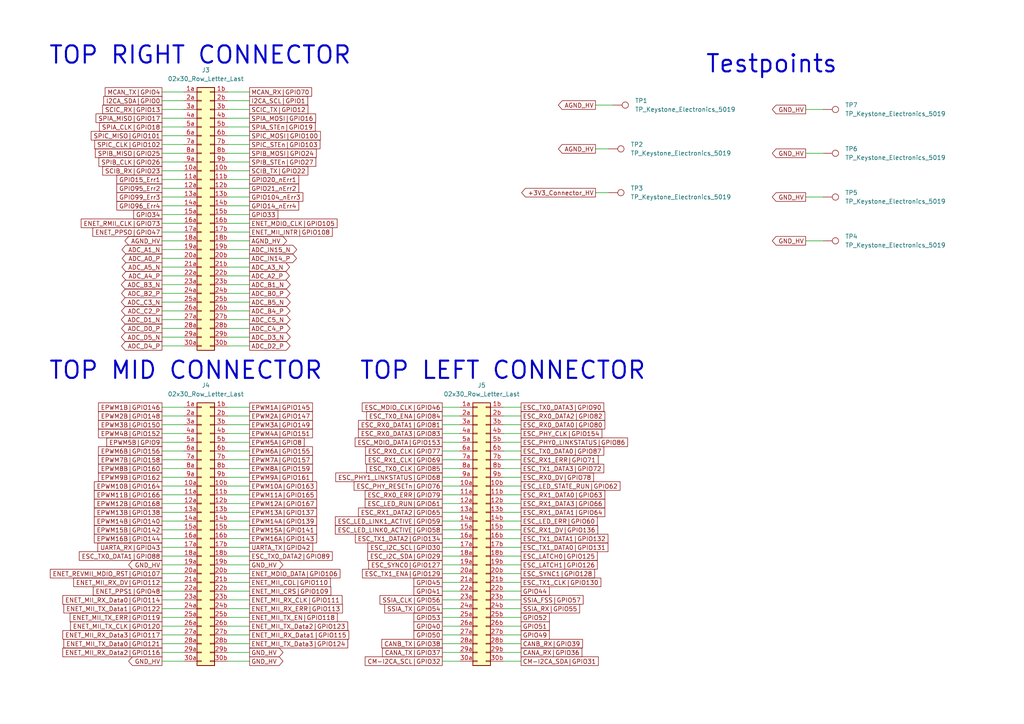
<source format=kicad_sch>
(kicad_sch (version 20230121) (generator eeschema)
  (paper "A4")
  (title_block (title "LCB-CPB-01: Pin_Borad") (date "2024-01-24") (rev "1.1.0") (company "PADERBORN UNIVERSITY DEPARTMENT OF POWER ELECTRONICS AND ELECTRICAL DRIVES"))
  (lib_symbols
    (symbol "LEA_SymbolLibrary:Conn_02x30_Row_Letter_Last" (pin_names (offset 1.016) hide)
      (property "Reference" "J" (at 1.27 38.1 0))
      (property "Value" "02x30_Row_Letter_Last" (at 1.27 -40.64 0))
      (symbol "Conn_02x30_Row_Letter_Last_1_1"
        (rectangle (start -1.27 -37.973) (end 0 -38.227) (stroke (width 0.1524)))
        (rectangle (start -1.27 -35.433) (end 0 -35.687) (stroke (width 0.1524)))
        (rectangle (start -1.27 -32.893) (end 0 -33.147) (stroke (width 0.1524)))
        (rectangle (start -1.27 -30.353) (end 0 -30.607) (stroke (width 0.1524)))
        (rectangle (start -1.27 -27.813) (end 0 -28.067) (stroke (width 0.1524)))
        (rectangle (start -1.27 -25.273) (end 0 -25.527) (stroke (width 0.1524)))
        (rectangle (start -1.27 -22.733) (end 0 -22.987) (stroke (width 0.1524)))
        (rectangle (start -1.27 -20.193) (end 0 -20.447) (stroke (width 0.1524)))
        (rectangle (start -1.27 -17.653) (end 0 -17.907) (stroke (width 0.1524)))
        (rectangle (start -1.27 -15.113) (end 0 -15.367) (stroke (width 0.1524)))
        (rectangle (start -1.27 -12.573) (end 0 -12.827) (stroke (width 0.1524)))
        (rectangle (start -1.27 -10.033) (end 0 -10.287) (stroke (width 0.1524)))
        (rectangle (start -1.27 -7.493) (end 0 -7.747) (stroke (width 0.1524)))
        (rectangle (start -1.27 -4.953) (end 0 -5.207) (stroke (width 0.1524)))
        (rectangle (start -1.27 -2.413) (end 0 -2.667) (stroke (width 0.1524)))
        (rectangle (start -1.27 0.127) (end 0 -0.127) (stroke (width 0.1524)))
        (rectangle (start -1.27 2.667) (end 0 2.413) (stroke (width 0.1524)))
        (rectangle (start -1.27 5.207) (end 0 4.953) (stroke (width 0.1524)))
        (rectangle (start -1.27 7.747) (end 0 7.493) (stroke (width 0.1524)))
        (rectangle (start -1.27 10.287) (end 0 10.033) (stroke (width 0.1524)))
        (rectangle (start -1.27 12.827) (end 0 12.573) (stroke (width 0.1524)))
        (rectangle (start -1.27 15.367) (end 0 15.113) (stroke (width 0.1524)))
        (rectangle (start -1.27 17.907) (end 0 17.653) (stroke (width 0.1524)))
        (rectangle (start -1.27 20.447) (end 0 20.193) (stroke (width 0.1524)))
        (rectangle (start -1.27 22.987) (end 0 22.733) (stroke (width 0.1524)))
        (rectangle (start -1.27 25.527) (end 0 25.273) (stroke (width 0.1524)))
        (rectangle (start -1.27 28.067) (end 0 27.813) (stroke (width 0.1524)))
        (rectangle (start -1.27 30.607) (end 0 30.353) (stroke (width 0.1524)))
        (rectangle (start -1.27 33.147) (end 0 32.893) (stroke (width 0.1524)))
        (rectangle (start -1.27 35.687) (end 0 35.433) (stroke (width 0.1524)))
        (rectangle (start -1.27 36.83) (end 3.81 -39.37) (stroke (width 0.254)) (fill (type background)))
        (rectangle (start 3.81 -37.973) (end 2.54 -38.227) (stroke (width 0.1524)))
        (rectangle (start 3.81 -35.433) (end 2.54 -35.687) (stroke (width 0.1524)))
        (rectangle (start 3.81 -32.893) (end 2.54 -33.147) (stroke (width 0.1524)))
        (rectangle (start 3.81 -30.353) (end 2.54 -30.607) (stroke (width 0.1524)))
        (rectangle (start 3.81 -27.813) (end 2.54 -28.067) (stroke (width 0.1524)))
        (rectangle (start 3.81 -25.273) (end 2.54 -25.527) (stroke (width 0.1524)))
        (rectangle (start 3.81 -22.733) (end 2.54 -22.987) (stroke (width 0.1524)))
        (rectangle (start 3.81 -20.193) (end 2.54 -20.447) (stroke (width 0.1524)))
        (rectangle (start 3.81 -17.653) (end 2.54 -17.907) (stroke (width 0.1524)))
        (rectangle (start 3.81 -15.113) (end 2.54 -15.367) (stroke (width 0.1524)))
        (rectangle (start 3.81 -12.573) (end 2.54 -12.827) (stroke (width 0.1524)))
        (rectangle (start 3.81 -10.033) (end 2.54 -10.287) (stroke (width 0.1524)))
        (rectangle (start 3.81 -7.493) (end 2.54 -7.747) (stroke (width 0.1524)))
        (rectangle (start 3.81 -4.953) (end 2.54 -5.207) (stroke (width 0.1524)))
        (rectangle (start 3.81 -2.413) (end 2.54 -2.667) (stroke (width 0.1524)))
        (rectangle (start 3.81 0.127) (end 2.54 -0.127) (stroke (width 0.1524)))
        (rectangle (start 3.81 2.667) (end 2.54 2.413) (stroke (width 0.1524)))
        (rectangle (start 3.81 5.207) (end 2.54 4.953) (stroke (width 0.1524)))
        (rectangle (start 3.81 7.747) (end 2.54 7.493) (stroke (width 0.1524)))
        (rectangle (start 3.81 10.287) (end 2.54 10.033) (stroke (width 0.1524)))
        (rectangle (start 3.81 12.827) (end 2.54 12.573) (stroke (width 0.1524)))
        (rectangle (start 3.81 15.367) (end 2.54 15.113) (stroke (width 0.1524)))
        (rectangle (start 3.81 17.907) (end 2.54 17.653) (stroke (width 0.1524)))
        (rectangle (start 3.81 20.447) (end 2.54 20.193) (stroke (width 0.1524)))
        (rectangle (start 3.81 22.987) (end 2.54 22.733) (stroke (width 0.1524)))
        (rectangle (start 3.81 25.527) (end 2.54 25.273) (stroke (width 0.1524)))
        (rectangle (start 3.81 28.067) (end 2.54 27.813) (stroke (width 0.1524)))
        (rectangle (start 3.81 30.607) (end 2.54 30.353) (stroke (width 0.1524)))
        (rectangle (start 3.81 33.147) (end 2.54 32.893) (stroke (width 0.1524)))
        (rectangle (start 3.81 35.687) (end 2.54 35.433) (stroke (width 0.1524)))
        (pin passive line (at -5.08 12.7 0) (length 3.81) (name "Pin_10a") (number "10a"))
        (pin passive line (at 7.62 12.7 180) (length 3.81) (name "Pin_10b") (number "10b"))
        (pin passive line (at -5.08 10.16 0) (length 3.81) (name "Pin_11a") (number "11a"))
        (pin passive line (at 7.62 10.16 180) (length 3.81) (name "Pin_11b") (number "11b"))
        (pin passive line (at -5.08 7.62 0) (length 3.81) (name "Pin_12a") (number "12a"))
        (pin passive line (at 7.62 7.62 180) (length 3.81) (name "Pin_12b") (number "12b"))
        (pin passive line (at -5.08 5.08 0) (length 3.81) (name "Pin_13a") (number "13a"))
        (pin passive line (at 7.62 5.08 180) (length 3.81) (name "Pin_13b") (number "13b"))
        (pin passive line (at -5.08 2.54 0) (length 3.81) (name "Pin_14a") (number "14a"))
        (pin passive line (at 7.62 2.54 180) (length 3.81) (name "Pin_14b") (number "14b"))
        (pin passive line (at -5.08 0 0) (length 3.81) (name "Pin_15a") (number "15a"))
        (pin passive line (at 7.62 0 180) (length 3.81) (name "Pin_15b") (number "15b"))
        (pin passive line (at -5.08 -2.54 0) (length 3.81) (name "Pin_16a") (number "16a"))
        (pin passive line (at 7.62 -2.54 180) (length 3.81) (name "Pin_16b") (number "16b"))
        (pin passive line (at -5.08 -5.08 0) (length 3.81) (name "Pin_17a") (number "17a"))
        (pin passive line (at 7.62 -5.08 180) (length 3.81) (name "Pin_17b") (number "17b"))
        (pin passive line (at -5.08 -7.62 0) (length 3.81) (name "Pin_18a") (number "18a"))
        (pin passive line (at 7.62 -7.62 180) (length 3.81) (name "Pin_18b") (number "18b"))
        (pin passive line (at -5.08 -10.16 0) (length 3.81) (name "Pin_19a") (number "19a"))
        (pin passive line (at 7.62 -10.16 180) (length 3.81) (name "Pin_19b") (number "19b"))
        (pin passive line (at -5.08 35.56 0) (length 3.81) (name "Pin_1a") (number "1a"))
        (pin passive line (at 7.62 35.56 180) (length 3.81) (name "Pin_1b") (number "1b"))
        (pin passive line (at -5.08 -12.7 0) (length 3.81) (name "Pin_20a") (number "20a"))
        (pin passive line (at 7.62 -12.7 180) (length 3.81) (name "Pin_20b") (number "20b"))
        (pin passive line (at -5.08 -15.24 0) (length 3.81) (name "Pin_21a") (number "21a"))
        (pin passive line (at 7.62 -15.24 180) (length 3.81) (name "Pin_21b") (number "21b"))
        (pin passive line (at -5.08 -17.78 0) (length 3.81) (name "Pin_22a") (number "22a"))
        (pin passive line (at 7.62 -17.78 180) (length 3.81) (name "Pin_22b") (number "22b"))
        (pin passive line (at -5.08 -20.32 0) (length 3.81) (name "Pin_23a") (number "23a"))
        (pin passive line (at 7.62 -20.32 180) (length 3.81) (name "Pin_23b") (number "23b"))
        (pin passive line (at -5.08 -22.86 0) (length 3.81) (name "Pin_24a") (number "24a"))
        (pin passive line (at 7.62 -22.86 180) (length 3.81) (name "Pin_24b") (number "24b"))
        (pin passive line (at -5.08 -25.4 0) (length 3.81) (name "Pin_25a") (number "25a"))
        (pin passive line (at 7.62 -25.4 180) (length 3.81) (name "Pin_25b") (number "25b"))
        (pin passive line (at -5.08 -27.94 0) (length 3.81) (name "Pin_26a") (number "26a"))
        (pin passive line (at 7.62 -27.94 180) (length 3.81) (name "Pin_26b") (number "26b"))
        (pin passive line (at -5.08 -30.48 0) (length 3.81) (name "Pin_27a") (number "27a"))
        (pin passive line (at 7.62 -30.48 180) (length 3.81) (name "Pin_27b") (number "27b"))
        (pin passive line (at -5.08 -33.02 0) (length 3.81) (name "Pin_28a") (number "28a"))
        (pin passive line (at 7.62 -33.02 180) (length 3.81) (name "Pin_28b") (number "28b"))
        (pin passive line (at -5.08 -35.56 0) (length 3.81) (name "Pin_29a") (number "29a"))
        (pin passive line (at 7.62 -35.56 180) (length 3.81) (name "Pin_29b") (number "29b"))
        (pin passive line (at -5.08 33.02 0) (length 3.81) (name "Pin_2a") (number "2a"))
        (pin passive line (at 7.62 33.02 180) (length 3.81) (name "Pin_2b") (number "2b"))
        (pin passive line (at -5.08 -38.1 0) (length 3.81) (name "Pin_30a") (number "30a"))
        (pin passive line (at 7.62 -38.1 180) (length 3.81) (name "Pin_30b") (number "30b"))
        (pin passive line (at -5.08 30.48 0) (length 3.81) (name "Pin_3a") (number "3a"))
        (pin passive line (at 7.62 30.48 180) (length 3.81) (name "Pin_3b") (number "3b"))
        (pin passive line (at -5.08 27.94 0) (length 3.81) (name "Pin_4a") (number "4a"))
        (pin passive line (at 7.62 27.94 180) (length 3.81) (name "Pin_4b") (number "4b"))
        (pin passive line (at -5.08 25.4 0) (length 3.81) (name "Pin_5a") (number "5a"))
        (pin passive line (at 7.62 25.4 180) (length 3.81) (name "Pin_5b") (number "5b"))
        (pin passive line (at -5.08 22.86 0) (length 3.81) (name "Pin_6a") (number "6a"))
        (pin passive line (at 7.62 22.86 180) (length 3.81) (name "Pin_6b") (number "6b"))
        (pin passive line (at -5.08 20.32 0) (length 3.81) (name "Pin_7a") (number "7a"))
        (pin passive line (at 7.62 20.32 180) (length 3.81) (name "Pin_7b") (number "7b"))
        (pin passive line (at -5.08 17.78 0) (length 3.81) (name "Pin_8a") (number "8a"))
        (pin passive line (at 7.62 17.78 180) (length 3.81) (name "Pin_8b") (number "8b"))
        (pin passive line (at -5.08 15.24 0) (length 3.81) (name "Pin_9a") (number "9a"))
        (pin passive line (at 7.62 15.24 180) (length 3.81) (name "Pin_9b") (number "9b"))
      )
    )
    (symbol "LEA_SymbolLibrary:TP_Keystone_Electronics_5019" (pin_numbers hide) (pin_names (offset 1.016) hide)
      (property "Reference" "TP" (at 0 5.08 0))
      (property "Value" "TP_Keystone_Electronics_5019" (at 0 7.62 0))
      (symbol "TP_Keystone_Electronics_5019_1_1"
        (circle (center 3.556 0) (radius 0.9144))
        (pin passive line (at 0 0 0) (length 2.54) (name "TP") (number "1"))
      )
    )
  )
  (wire (pts (xy 46.99 44.45) (xy 53.34 44.45)))
  (wire (pts (xy 72.39 138.43) (xy 66.04 138.43)))
  (wire (pts (xy 146.05 153.67) (xy 151.13 153.67)))
  (wire (pts (xy 128.27 179.07) (xy 133.35 179.07)))
  (wire (pts (xy 128.27 184.15) (xy 133.35 184.15)))
  (wire (pts (xy 46.99 176.53) (xy 53.34 176.53)))
  (wire (pts (xy 46.99 125.73) (xy 53.34 125.73)))
  (wire (pts (xy 72.39 191.77) (xy 66.04 191.77)))
  (wire (pts (xy 128.27 171.45) (xy 133.35 171.45)))
  (wire (pts (xy 72.39 125.73) (xy 66.04 125.73)))
  (wire (pts (xy 128.27 156.21) (xy 133.35 156.21)))
  (wire (pts (xy 151.13 161.29) (xy 146.05 161.29)))
  (wire (pts (xy 66.04 29.21) (xy 72.39 29.21)))
  (wire (pts (xy 66.04 34.29) (xy 72.39 34.29)))
  (wire (pts (xy 146.05 148.59) (xy 151.13 148.59)))
  (wire (pts (xy 46.99 59.69) (xy 53.34 59.69)))
  (wire (pts (xy 128.27 186.69) (xy 133.35 186.69)))
  (wire (pts (xy 128.27 163.83) (xy 133.35 163.83)))
  (wire (pts (xy 128.27 120.65) (xy 133.35 120.65)))
  (wire (pts (xy 46.99 97.79) (xy 53.34 97.79)))
  (wire (pts (xy 66.04 57.15) (xy 72.39 57.15)))
  (wire (pts (xy 128.27 143.51) (xy 133.35 143.51)))
  (wire (pts (xy 46.99 49.53) (xy 53.34 49.53)))
  (wire (pts (xy 128.27 151.13) (xy 133.35 151.13)))
  (wire (pts (xy 151.13 181.61) (xy 146.05 181.61)))
  (wire (pts (xy 72.39 168.91) (xy 66.04 168.91)))
  (wire (pts (xy 66.04 85.09) (xy 72.39 85.09)))
  (wire (pts (xy 72.39 140.97) (xy 66.04 140.97)))
  (wire (pts (xy 72.39 143.51) (xy 66.04 143.51)))
  (wire (pts (xy 151.13 184.15) (xy 146.05 184.15)))
  (wire (pts (xy 128.27 181.61) (xy 133.35 181.61)))
  (wire (pts (xy 46.99 138.43) (xy 53.34 138.43)))
  (wire (pts (xy 151.13 173.99) (xy 146.05 173.99)))
  (wire (pts (xy 46.99 62.23) (xy 53.34 62.23)))
  (wire (pts (xy 46.99 85.09) (xy 53.34 85.09)))
  (wire (pts (xy 128.27 148.59) (xy 133.35 148.59)))
  (wire (pts (xy 46.99 54.61) (xy 53.34 54.61)))
  (wire (pts (xy 66.04 59.69) (xy 72.39 59.69)))
  (wire (pts (xy 66.04 54.61) (xy 72.39 54.61)))
  (wire (pts (xy 66.04 72.39) (xy 72.39 72.39)))
  (wire (pts (xy 46.99 133.35) (xy 53.34 133.35)))
  (wire (pts (xy 128.27 135.89) (xy 133.35 135.89)))
  (wire (pts (xy 66.04 41.91) (xy 72.39 41.91)))
  (wire (pts (xy 46.99 118.11) (xy 53.34 118.11)))
  (wire (pts (xy 151.13 166.37) (xy 146.05 166.37)))
  (wire (pts (xy 46.99 156.21) (xy 53.34 156.21)))
  (wire (pts (xy 66.04 62.23) (xy 72.39 62.23)))
  (wire (pts (xy 128.27 140.97) (xy 133.35 140.97)))
  (wire (pts (xy 151.13 168.91) (xy 146.05 168.91)))
  (wire (pts (xy 46.99 146.05) (xy 53.34 146.05)))
  (wire (pts (xy 66.04 67.31) (xy 72.39 67.31)))
  (wire (pts (xy 151.13 163.83) (xy 146.05 163.83)))
  (wire (pts (xy 128.27 166.37) (xy 133.35 166.37)))
  (wire (pts (xy 46.99 179.07) (xy 53.34 179.07)))
  (wire (pts (xy 46.99 171.45) (xy 53.34 171.45)))
  (wire (pts (xy 66.04 95.25) (xy 72.39 95.25)))
  (wire (pts (xy 172.72 55.88) (xy 176.53 55.88)))
  (wire (pts (xy 46.99 34.29) (xy 53.34 34.29)))
  (wire (pts (xy 72.39 173.99) (xy 66.04 173.99)))
  (wire (pts (xy 128.27 176.53) (xy 133.35 176.53)))
  (wire (pts (xy 146.05 135.89) (xy 151.13 135.89)))
  (wire (pts (xy 72.39 181.61) (xy 66.04 181.61)))
  (wire (pts (xy 72.39 184.15) (xy 66.04 184.15)))
  (wire (pts (xy 233.68 69.85) (xy 238.76 69.85)))
  (wire (pts (xy 146.05 151.13) (xy 151.13 151.13)))
  (wire (pts (xy 46.99 69.85) (xy 53.34 69.85)))
  (wire (pts (xy 46.99 158.75) (xy 53.34 158.75)))
  (wire (pts (xy 46.99 130.81) (xy 53.34 130.81)))
  (wire (pts (xy 46.99 189.23) (xy 53.34 189.23)))
  (wire (pts (xy 46.99 161.29) (xy 53.34 161.29)))
  (wire (pts (xy 66.04 100.33) (xy 72.39 100.33)))
  (wire (pts (xy 146.05 143.51) (xy 151.13 143.51)))
  (wire (pts (xy 46.99 52.07) (xy 53.34 52.07)))
  (wire (pts (xy 66.04 49.53) (xy 72.39 49.53)))
  (wire (pts (xy 72.39 186.69) (xy 66.04 186.69)))
  (wire (pts (xy 151.13 191.77) (xy 146.05 191.77)))
  (wire (pts (xy 72.39 118.11) (xy 66.04 118.11)))
  (wire (pts (xy 72.39 128.27) (xy 66.04 128.27)))
  (wire (pts (xy 72.39 69.85) (xy 66.04 69.85)))
  (wire (pts (xy 128.27 158.75) (xy 133.35 158.75)))
  (wire (pts (xy 66.04 26.67) (xy 72.39 26.67)))
  (wire (pts (xy 72.39 156.21) (xy 66.04 156.21)))
  (wire (pts (xy 46.99 191.77) (xy 53.34 191.77)))
  (wire (pts (xy 46.99 140.97) (xy 53.34 140.97)))
  (wire (pts (xy 46.99 87.63) (xy 53.34 87.63)))
  (wire (pts (xy 46.99 64.77) (xy 53.34 64.77)))
  (wire (pts (xy 233.68 57.15) (xy 238.76 57.15)))
  (wire (pts (xy 128.27 130.81) (xy 133.35 130.81)))
  (wire (pts (xy 72.39 133.35) (xy 66.04 133.35)))
  (wire (pts (xy 146.05 133.35) (xy 151.13 133.35)))
  (wire (pts (xy 72.39 176.53) (xy 66.04 176.53)))
  (wire (pts (xy 66.04 87.63) (xy 72.39 87.63)))
  (wire (pts (xy 46.99 153.67) (xy 53.34 153.67)))
  (wire (pts (xy 46.99 36.83) (xy 53.34 36.83)))
  (wire (pts (xy 46.99 39.37) (xy 53.34 39.37)))
  (wire (pts (xy 66.04 77.47) (xy 72.39 77.47)))
  (wire (pts (xy 46.99 82.55) (xy 53.34 82.55)))
  (wire (pts (xy 72.39 135.89) (xy 66.04 135.89)))
  (wire (pts (xy 46.99 168.91) (xy 53.34 168.91)))
  (wire (pts (xy 66.04 90.17) (xy 72.39 90.17)))
  (wire (pts (xy 72.39 130.81) (xy 66.04 130.81)))
  (wire (pts (xy 66.04 80.01) (xy 72.39 80.01)))
  (wire (pts (xy 66.04 31.75) (xy 72.39 31.75)))
  (wire (pts (xy 128.27 173.99) (xy 133.35 173.99)))
  (wire (pts (xy 46.99 67.31) (xy 53.34 67.31)))
  (wire (pts (xy 128.27 133.35) (xy 133.35 133.35)))
  (wire (pts (xy 146.05 128.27) (xy 151.13 128.27)))
  (wire (pts (xy 72.39 163.83) (xy 66.04 163.83)))
  (wire (pts (xy 46.99 128.27) (xy 53.34 128.27)))
  (wire (pts (xy 46.99 186.69) (xy 53.34 186.69)))
  (wire (pts (xy 72.39 146.05) (xy 66.04 146.05)))
  (wire (pts (xy 46.99 123.19) (xy 53.34 123.19)))
  (wire (pts (xy 146.05 125.73) (xy 151.13 125.73)))
  (wire (pts (xy 46.99 100.33) (xy 53.34 100.33)))
  (wire (pts (xy 46.99 80.01) (xy 53.34 80.01)))
  (wire (pts (xy 66.04 64.77) (xy 72.39 64.77)))
  (wire (pts (xy 151.13 158.75) (xy 146.05 158.75)))
  (wire (pts (xy 128.27 191.77) (xy 133.35 191.77)))
  (wire (pts (xy 46.99 148.59) (xy 53.34 148.59)))
  (wire (pts (xy 72.39 166.37) (xy 66.04 166.37)))
  (wire (pts (xy 46.99 95.25) (xy 53.34 95.25)))
  (wire (pts (xy 146.05 123.19) (xy 151.13 123.19)))
  (wire (pts (xy 151.13 186.69) (xy 146.05 186.69)))
  (wire (pts (xy 146.05 130.81) (xy 151.13 130.81)))
  (wire (pts (xy 46.99 135.89) (xy 53.34 135.89)))
  (wire (pts (xy 72.39 151.13) (xy 66.04 151.13)))
  (wire (pts (xy 46.99 26.67) (xy 53.34 26.67)))
  (wire (pts (xy 66.04 82.55) (xy 72.39 82.55)))
  (wire (pts (xy 46.99 31.75) (xy 53.34 31.75)))
  (wire (pts (xy 128.27 138.43) (xy 133.35 138.43)))
  (wire (pts (xy 146.05 146.05) (xy 151.13 146.05)))
  (wire (pts (xy 151.13 171.45) (xy 146.05 171.45)))
  (wire (pts (xy 72.39 148.59) (xy 66.04 148.59)))
  (wire (pts (xy 72.39 161.29) (xy 66.04 161.29)))
  (wire (pts (xy 46.99 29.21) (xy 53.34 29.21)))
  (wire (pts (xy 46.99 92.71) (xy 53.34 92.71)))
  (wire (pts (xy 146.05 140.97) (xy 151.13 140.97)))
  (wire (pts (xy 151.13 189.23) (xy 146.05 189.23)))
  (wire (pts (xy 128.27 123.19) (xy 133.35 123.19)))
  (wire (pts (xy 46.99 120.65) (xy 53.34 120.65)))
  (wire (pts (xy 72.39 158.75) (xy 66.04 158.75)))
  (wire (pts (xy 46.99 151.13) (xy 53.34 151.13)))
  (wire (pts (xy 66.04 36.83) (xy 72.39 36.83)))
  (wire (pts (xy 151.13 156.21) (xy 146.05 156.21)))
  (wire (pts (xy 66.04 46.99) (xy 72.39 46.99)))
  (wire (pts (xy 46.99 173.99) (xy 53.34 173.99)))
  (wire (pts (xy 46.99 77.47) (xy 53.34 77.47)))
  (wire (pts (xy 172.72 43.18) (xy 176.53 43.18)))
  (wire (pts (xy 46.99 57.15) (xy 53.34 57.15)))
  (wire (pts (xy 46.99 74.93) (xy 53.34 74.93)))
  (wire (pts (xy 128.27 161.29) (xy 133.35 161.29)))
  (wire (pts (xy 128.27 146.05) (xy 133.35 146.05)))
  (wire (pts (xy 46.99 166.37) (xy 53.34 166.37)))
  (wire (pts (xy 66.04 74.93) (xy 72.39 74.93)))
  (wire (pts (xy 128.27 118.11) (xy 133.35 118.11)))
  (wire (pts (xy 66.04 44.45) (xy 72.39 44.45)))
  (wire (pts (xy 151.13 179.07) (xy 146.05 179.07)))
  (wire (pts (xy 72.39 153.67) (xy 66.04 153.67)))
  (wire (pts (xy 128.27 189.23) (xy 133.35 189.23)))
  (wire (pts (xy 66.04 92.71) (xy 72.39 92.71)))
  (wire (pts (xy 146.05 118.11) (xy 151.13 118.11)))
  (wire (pts (xy 128.27 153.67) (xy 133.35 153.67)))
  (wire (pts (xy 72.39 189.23) (xy 66.04 189.23)))
  (wire (pts (xy 172.72 30.48) (xy 177.8 30.48)))
  (wire (pts (xy 66.04 52.07) (xy 72.39 52.07)))
  (wire (pts (xy 46.99 46.99) (xy 53.34 46.99)))
  (wire (pts (xy 72.39 123.19) (xy 66.04 123.19)))
  (wire (pts (xy 46.99 41.91) (xy 53.34 41.91)))
  (wire (pts (xy 128.27 168.91) (xy 133.35 168.91)))
  (wire (pts (xy 46.99 90.17) (xy 53.34 90.17)))
  (wire (pts (xy 46.99 163.83) (xy 53.34 163.83)))
  (wire (pts (xy 146.05 138.43) (xy 151.13 138.43)))
  (wire (pts (xy 46.99 181.61) (xy 53.34 181.61)))
  (wire (pts (xy 233.68 31.75) (xy 238.76 31.75)))
  (wire (pts (xy 46.99 72.39) (xy 53.34 72.39)))
  (wire (pts (xy 72.39 179.07) (xy 66.04 179.07)))
  (wire (pts (xy 72.39 120.65) (xy 66.04 120.65)))
  (wire (pts (xy 128.27 128.27) (xy 133.35 128.27)))
  (wire (pts (xy 72.39 171.45) (xy 66.04 171.45)))
  (wire (pts (xy 233.68 44.45) (xy 238.76 44.45)))
  (wire (pts (xy 66.04 39.37) (xy 72.39 39.37)))
  (wire (pts (xy 146.05 120.65) (xy 151.13 120.65)))
  (wire (pts (xy 46.99 184.15) (xy 53.34 184.15)))
  (wire (pts (xy 66.04 97.79) (xy 72.39 97.79)))
  (wire (pts (xy 151.13 176.53) (xy 146.05 176.53)))
  (wire (pts (xy 46.99 143.51) (xy 53.34 143.51)))
  (wire (pts (xy 128.27 125.73) (xy 133.35 125.73)))
  (text "TOP RIGHT CONNECTOR" (at 13.97 19.05 0) (effects (font (size 5 5) (thickness 0.6) bold) (justify left bottom)))
  (text "TOP LEFT CONNECTOR" (at 104.14 110.49 0) (effects (font (size 5 5) (thickness 0.6) bold) (justify left bottom)))
  (text "TOP MID CONNECTOR" (at 13.97 110.49 0) (effects (font (size 5 5) (thickness 0.6) bold) (justify left bottom)))
  (text "Testpoints" (at 204.47 21.59 0) (effects (font (size 5 5) (thickness 0.6) bold) (justify left bottom)))
  (global_label "ESC_RX0_ERR|GPIO79" (shape passive) (at 128.27 143.51 180) (property "Intersheetrefs" "${INTERSHEET_REFS}" (effects hide)))
  (global_label "SPIA_CLK|GPIO18" (shape passive) (at 46.99 36.83 180) (property "Intersheetrefs" "${INTERSHEET_REFS}" (effects hide)))
  (global_label "ESC_TX0_DATA3|GPIO90" (shape passive) (at 151.13 118.11 0) (property "Intersheetrefs" "${INTERSHEET_REFS}" (effects hide)))
  (global_label "I2CA_SCL|GPIO1" (shape passive) (at 72.39 29.21 0) (property "Intersheetrefs" "${INTERSHEET_REFS}" (effects hide)))
  (global_label "EPWM11B|GPIO166" (shape passive) (at 46.99 143.51 180) (property "Intersheetrefs" "${INTERSHEET_REFS}" (effects hide)))
  (global_label "GPIO21_nErr2" (shape passive) (at 72.39 54.61 0) (property "Intersheetrefs" "${INTERSHEET_REFS}" (effects hide)))
  (global_label "ENET_MII_TX_EN|GPIO118" (shape passive) (at 72.39 179.07 0) (property "Intersheetrefs" "${INTERSHEET_REFS}" (effects hide)))
  (global_label "AGND_HV" (shape output) (at 172.72 30.48 180) (property "Intersheetrefs" "${INTERSHEET_REFS}" (effects hide)))
  (global_label "CANB_TX|GPIO38" (shape passive) (at 128.27 186.69 180) (property "Intersheetrefs" "${INTERSHEET_REFS}" (effects hide)))
  (global_label "ESC_RX0_DATA1|GPIO81" (shape passive) (at 128.27 123.19 180) (property "Intersheetrefs" "${INTERSHEET_REFS}" (effects hide)))
  (global_label "MCAN_TX|GPIO4" (shape passive) (at 46.99 26.67 180) (property "Intersheetrefs" "${INTERSHEET_REFS}" (effects hide)))
  (global_label "ENET_MII_COL|GPIO110" (shape passive) (at 72.39 168.91 0) (property "Intersheetrefs" "${INTERSHEET_REFS}" (effects hide)))
  (global_label "SPIC_MOSI|GPIO100" (shape passive) (at 72.39 39.37 0) (property "Intersheetrefs" "${INTERSHEET_REFS}" (effects hide)))
  (global_label "ADC_A1_N" (shape output) (at 46.99 72.39 180) (property "Intersheetrefs" "${INTERSHEET_REFS}" (effects hide)))
  (global_label "ESC_RX1_DATA3|GPIO66" (shape passive) (at 151.13 146.05 0) (property "Intersheetrefs" "${INTERSHEET_REFS}" (effects hide)))
  (global_label "GPIO41" (shape passive) (at 128.27 171.45 180) (property "Intersheetrefs" "${INTERSHEET_REFS}" (effects hide)))
  (global_label "EPWM9B|GPIO162" (shape passive) (at 46.99 138.43 180) (property "Intersheetrefs" "${INTERSHEET_REFS}" (effects hide)))
  (global_label "ADC_IN14_P" (shape output) (at 72.39 74.93 0) (property "Intersheetrefs" "${INTERSHEET_REFS}" (effects hide)))
  (global_label "ADC_D3_N" (shape output) (at 72.39 97.79 0) (property "Intersheetrefs" "${INTERSHEET_REFS}" (effects hide)))
  (global_label "CM-I2CA_SCL|GPIO32" (shape passive) (at 128.27 191.77 180) (property "Intersheetrefs" "${INTERSHEET_REFS}" (effects hide)))
  (global_label "ADC_A3_N" (shape output) (at 72.39 77.47 0) (property "Intersheetrefs" "${INTERSHEET_REFS}" (effects hide)))
  (global_label "ESC_RX1_DATA0|GPIO63" (shape passive) (at 151.13 143.51 0) (property "Intersheetrefs" "${INTERSHEET_REFS}" (effects hide)))
  (global_label "ADC_B1_N" (shape output) (at 72.39 82.55 0) (property "Intersheetrefs" "${INTERSHEET_REFS}" (effects hide)))
  (global_label "GND_HV" (shape output) (at 72.39 163.83 0) (property "Intersheetrefs" "${INTERSHEET_REFS}" (effects hide)))
  (global_label "ADC_IN15_N" (shape output) (at 72.39 72.39 0) (property "Intersheetrefs" "${INTERSHEET_REFS}" (effects hide)))
  (global_label "ESC_PHY1_LINKSTATUS|GPIO68" (shape passive) (at 128.27 138.43 180) (property "Intersheetrefs" "${INTERSHEET_REFS}" (effects hide)))
  (global_label "EPWM15A|GPIO141" (shape passive) (at 72.39 153.67 0) (property "Intersheetrefs" "${INTERSHEET_REFS}" (effects hide)))
  (global_label "GPIO104_nErr3" (shape passive) (at 72.39 57.15 0) (property "Intersheetrefs" "${INTERSHEET_REFS}" (effects hide)))
  (global_label "EPWM3A|GPIO149" (shape passive) (at 72.39 123.19 0) (property "Intersheetrefs" "${INTERSHEET_REFS}" (effects hide)))
  (global_label "ENET_MII_TX_Data3|GPIO124" (shape passive) (at 72.39 186.69 0) (property "Intersheetrefs" "${INTERSHEET_REFS}" (effects hide)))
  (global_label "ENET_MDIO_DATA|GPIO106" (shape passive) (at 72.39 166.37 0) (property "Intersheetrefs" "${INTERSHEET_REFS}" (effects hide)))
  (global_label "EPWM2A|GPIO147" (shape passive) (at 72.39 120.65 0) (property "Intersheetrefs" "${INTERSHEET_REFS}" (effects hide)))
  (global_label "ESC_LED_STATE_RUN|GPIO62" (shape passive) (at 151.13 140.97 0) (property "Intersheetrefs" "${INTERSHEET_REFS}" (effects hide)))
  (global_label "ESC_SYNC0|GPIO127" (shape passive) (at 128.27 163.83 180) (property "Intersheetrefs" "${INTERSHEET_REFS}" (effects hide)))
  (global_label "GPIO45" (shape passive) (at 128.27 168.91 180) (property "Intersheetrefs" "${INTERSHEET_REFS}" (effects hide)))
  (global_label "SPIA_STEn|GPIO19" (shape passive) (at 72.39 36.83 0) (property "Intersheetrefs" "${INTERSHEET_REFS}" (effects hide)))
  (global_label "SPIB_STEn|GPIO27" (shape passive) (at 72.39 46.99 0) (property "Intersheetrefs" "${INTERSHEET_REFS}" (effects hide)))
  (global_label "GPIO95_Err2" (shape passive) (at 46.99 54.61 180) (property "Intersheetrefs" "${INTERSHEET_REFS}" (effects hide)))
  (global_label "CANA_RX|GPIO36" (shape passive) (at 151.13 189.23 0) (property "Intersheetrefs" "${INTERSHEET_REFS}" (effects hide)))
  (global_label "ENET_MII_TX_Data1|GPIO122" (shape passive) (at 46.99 176.53 180) (property "Intersheetrefs" "${INTERSHEET_REFS}" (effects hide)))
  (global_label "AGND_HV" (shape output) (at 72.39 69.85 0) (property "Intersheetrefs" "${INTERSHEET_REFS}" (effects hide)))
  (global_label "SPIA_MOSI|GPIO16" (shape passive) (at 72.39 34.29 0) (property "Intersheetrefs" "${INTERSHEET_REFS}" (effects hide)))
  (global_label "CM-I2CA_SDA|GPIO31" (shape passive) (at 151.13 191.77 0) (property "Intersheetrefs" "${INTERSHEET_REFS}" (effects hide)))
  (global_label "ADC_A0_P" (shape output) (at 46.99 74.93 180) (property "Intersheetrefs" "${INTERSHEET_REFS}" (effects hide)))
  (global_label "SPIA_MISO|GPIO17" (shape passive) (at 46.99 34.29 180) (property "Intersheetrefs" "${INTERSHEET_REFS}" (effects hide)))
  (global_label "ESC_PHY0_LINKSTATUS|GPIO86" (shape passive) (at 151.13 128.27 0) (property "Intersheetrefs" "${INTERSHEET_REFS}" (effects hide)))
  (global_label "ESC_RX0_CLK|GPIO77" (shape passive) (at 128.27 130.81 180) (property "Intersheetrefs" "${INTERSHEET_REFS}" (effects hide)))
  (global_label "AGND_HV" (shape output) (at 46.99 69.85 180) (property "Intersheetrefs" "${INTERSHEET_REFS}" (effects hide)))
  (global_label "ENET_MII_TX_Data2|GPIO123" (shape passive) (at 72.39 181.61 0) (property "Intersheetrefs" "${INTERSHEET_REFS}" (effects hide)))
  (global_label "ESC_RX0_DATA2|GPIO82" (shape passive) (at 151.13 120.65 0) (property "Intersheetrefs" "${INTERSHEET_REFS}" (effects hide)))
  (global_label "ESC_TX1_DATA0|GPIO131" (shape passive) (at 151.13 158.75 0) (property "Intersheetrefs" "${INTERSHEET_REFS}" (effects hide)))
  (global_label "EPWM12B|GPIO168" (shape passive) (at 46.99 146.05 180) (property "Intersheetrefs" "${INTERSHEET_REFS}" (effects hide)))
  (global_label "UARTA_TX|GPIO42" (shape passive) (at 72.39 158.75 0) (property "Intersheetrefs" "${INTERSHEET_REFS}" (effects hide)))
  (global_label "EPWM16B|GPIO144" (shape passive) (at 46.99 156.21 180) (property "Intersheetrefs" "${INTERSHEET_REFS}" (effects hide)))
  (global_label "EPWM14A|GPIO139" (shape passive) (at 72.39 151.13 0) (property "Intersheetrefs" "${INTERSHEET_REFS}" (effects hide)))
  (global_label "ENET_RMII_CLK|GPIO73" (shape passive) (at 46.99 64.77 180) (property "Intersheetrefs" "${INTERSHEET_REFS}" (effects hide)))
  (global_label "EPWM13A|GPIO137" (shape passive) (at 72.39 148.59 0) (property "Intersheetrefs" "${INTERSHEET_REFS}" (effects hide)))
  (global_label "GND_HV" (shape output) (at 46.99 191.77 180) (property "Intersheetrefs" "${INTERSHEET_REFS}" (effects hide)))
  (global_label "ESC_TX0_DATA1|GPIO88" (shape passive) (at 46.99 161.29 180) (property "Intersheetrefs" "${INTERSHEET_REFS}" (effects hide)))
  (global_label "ESC_LATCH0|GPIO125" (shape passive) (at 151.13 161.29 0) (property "Intersheetrefs" "${INTERSHEET_REFS}" (effects hide)))
  (global_label "ADC_D5_N" (shape output) (at 46.99 97.79 180) (property "Intersheetrefs" "${INTERSHEET_REFS}" (effects hide)))
  (global_label "EPWM5A|GPIO8" (shape passive) (at 72.39 128.27 0) (property "Intersheetrefs" "${INTERSHEET_REFS}" (effects hide)))
  (global_label "EPWM8A|GPIO159" (shape passive) (at 72.39 135.89 0) (property "Intersheetrefs" "${INTERSHEET_REFS}" (effects hide)))
  (global_label "GND_HV" (shape output) (at 233.68 69.85 180) (property "Intersheetrefs" "${INTERSHEET_REFS}" (effects hide)))
  (global_label "ESC_LED_RUN|GPIO61" (shape passive) (at 128.27 146.05 180) (property "Intersheetrefs" "${INTERSHEET_REFS}" (effects hide)))
  (global_label "SPIC_MISO|GPIO101" (shape passive) (at 46.99 39.37 180) (property "Intersheetrefs" "${INTERSHEET_REFS}" (effects hide)))
  (global_label "ESC_RX0_DATA0|GPIO80" (shape passive) (at 151.13 123.19 0) (property "Intersheetrefs" "${INTERSHEET_REFS}" (effects hide)))
  (global_label "GPIO96_Err4" (shape passive) (at 46.99 59.69 180) (property "Intersheetrefs" "${INTERSHEET_REFS}" (effects hide)))
  (global_label "GND_HV" (shape output) (at 233.68 31.75 180) (property "Intersheetrefs" "${INTERSHEET_REFS}" (effects hide)))
  (global_label "ADC_B3_N" (shape output) (at 46.99 82.55 180) (property "Intersheetrefs" "${INTERSHEET_REFS}" (effects hide)))
  (global_label "GPIO44" (shape passive) (at 151.13 171.45 0) (property "Intersheetrefs" "${INTERSHEET_REFS}" (effects hide)))
  (global_label "ADC_C4_P" (shape output) (at 72.39 95.25 0) (property "Intersheetrefs" "${INTERSHEET_REFS}" (effects hide)))
  (global_label "ADC_B4_P" (shape output) (at 72.39 90.17 0) (property "Intersheetrefs" "${INTERSHEET_REFS}" (effects hide)))
  (global_label "ADC_A4_P" (shape output) (at 46.99 80.01 180) (property "Intersheetrefs" "${INTERSHEET_REFS}" (effects hide)))
  (global_label "SSIA_FSS|GPIO57" (shape passive) (at 151.13 173.99 0) (property "Intersheetrefs" "${INTERSHEET_REFS}" (effects hide)))
  (global_label "ESC_LED_LINK1_ACTIVE|GPIO59" (shape passive) (at 128.27 151.13 180) (property "Intersheetrefs" "${INTERSHEET_REFS}" (effects hide)))
  (global_label "EPWM1B|GPIO146" (shape passive) (at 46.99 118.11 180) (property "Intersheetrefs" "${INTERSHEET_REFS}" (effects hide)))
  (global_label "AGND_HV" (shape output) (at 172.72 43.18 180) (property "Intersheetrefs" "${INTERSHEET_REFS}" (effects hide)))
  (global_label "EPWM11A|GPIO165" (shape passive) (at 72.39 143.51 0) (property "Intersheetrefs" "${INTERSHEET_REFS}" (effects hide)))
  (global_label "GND_HV" (shape output) (at 72.39 189.23 0) (property "Intersheetrefs" "${INTERSHEET_REFS}" (effects hide)))
  (global_label "ESC_TX1_DATA1|GPIO132" (shape passive) (at 151.13 156.21 0) (property "Intersheetrefs" "${INTERSHEET_REFS}" (effects hide)))
  (global_label "ESC_TX1_ENA|GPIO129" (shape passive) (at 128.27 166.37 180) (property "Intersheetrefs" "${INTERSHEET_REFS}" (effects hide)))
  (global_label "ADC_C5_N" (shape output) (at 72.39 92.71 0) (property "Intersheetrefs" "${INTERSHEET_REFS}" (effects hide)))
  (global_label "ENET_MII_CRS|GPIO109" (shape passive) (at 72.39 171.45 0) (property "Intersheetrefs" "${INTERSHEET_REFS}" (effects hide)))
  (global_label "ESC_TX0_DATA0|GPIO87" (shape passive) (at 151.13 130.81 0) (property "Intersheetrefs" "${INTERSHEET_REFS}" (effects hide)))
  (global_label "ESC_RX0_DV|GPIO78" (shape passive) (at 151.13 138.43 0) (property "Intersheetrefs" "${INTERSHEET_REFS}" (effects hide)))
  (global_label "GPIO50" (shape passive) (at 128.27 184.15 180) (property "Intersheetrefs" "${INTERSHEET_REFS}" (effects hide)))
  (global_label "ADC_B2_P" (shape output) (at 46.99 85.09 180) (property "Intersheetrefs" "${INTERSHEET_REFS}" (effects hide)))
  (global_label "SPIB_MISO|GPIO25" (shape passive) (at 46.99 44.45 180) (property "Intersheetrefs" "${INTERSHEET_REFS}" (effects hide)))
  (global_label "ENET_MDIO_CLK|GPIO105" (shape passive) (at 72.39 64.77 0) (property "Intersheetrefs" "${INTERSHEET_REFS}" (effects hide)))
  (global_label "ESC_RX1_ERR|GPIO71" (shape passive) (at 151.13 133.35 0) (property "Intersheetrefs" "${INTERSHEET_REFS}" (effects hide)))
  (global_label "SCIB_TX|GPIO22" (shape passive) (at 72.39 49.53 0) (property "Intersheetrefs" "${INTERSHEET_REFS}" (effects hide)))
  (global_label "EPWM5B|GPIO9" (shape passive) (at 46.99 128.27 180) (property "Intersheetrefs" "${INTERSHEET_REFS}" (effects hide)))
  (global_label "ESC_SYNC1|GPIO128" (shape passive) (at 151.13 166.37 0) (property "Intersheetrefs" "${INTERSHEET_REFS}" (effects hide)))
  (global_label "EPWM7B|GPIO158" (shape passive) (at 46.99 133.35 180) (property "Intersheetrefs" "${INTERSHEET_REFS}" (effects hide)))
  (global_label "ADC_A5_N" (shape output) (at 46.99 77.47 180) (property "Intersheetrefs" "${INTERSHEET_REFS}" (effects hide)))
  (global_label "GND_HV" (shape output) (at 72.39 191.77 0) (property "Intersheetrefs" "${INTERSHEET_REFS}" (effects hide)))
  (global_label "ADC_B0_P" (shape output) (at 72.39 85.09 0) (property "Intersheetrefs" "${INTERSHEET_REFS}" (effects hide)))
  (global_label "GPIO99_Err3" (shape passive) (at 46.99 57.15 180) (property "Intersheetrefs" "${INTERSHEET_REFS}" (effects hide)))
  (global_label "EPWM1A|GPIO145" (shape passive) (at 72.39 118.11 0) (property "Intersheetrefs" "${INTERSHEET_REFS}" (effects hide)))
  (global_label "GPIO33" (shape passive) (at 72.39 62.23 0) (property "Intersheetrefs" "${INTERSHEET_REFS}" (effects hide)))
  (global_label "ENET_MII_RX_Data3|GPIO117" (shape passive) (at 46.99 184.15 180) (property "Intersheetrefs" "${INTERSHEET_REFS}" (effects hide)))
  (global_label "ADC_A2_P" (shape output) (at 72.39 80.01 0) (property "Intersheetrefs" "${INTERSHEET_REFS}" (effects hide)))
  (global_label "ENET_MII_RX_DV|GPIO112" (shape passive) (at 46.99 168.91 180) (property "Intersheetrefs" "${INTERSHEET_REFS}" (effects hide)))
  (global_label "GPIO49" (shape passive) (at 151.13 184.15 0) (property "Intersheetrefs" "${INTERSHEET_REFS}" (effects hide)))
  (global_label "EPWM2B|GPIO148" (shape passive) (at 46.99 120.65 180) (property "Intersheetrefs" "${INTERSHEET_REFS}" (effects hide)))
  (global_label "EPWM4B|GPIO152" (shape passive) (at 46.99 125.73 180) (property "Intersheetrefs" "${INTERSHEET_REFS}" (effects hide)))
  (global_label "EPWM8B|GPIO160" (shape passive) (at 46.99 135.89 180) (property "Intersheetrefs" "${INTERSHEET_REFS}" (effects hide)))
  (global_label "+3V3_Connector_HV" (shape output) (at 172.72 55.88 180) (property "Intersheetrefs" "${INTERSHEET_REFS}" (effects hide)))
  (global_label "ESC_MDIO_CLK|GPIO46" (shape passive) (at 128.27 118.11 180) (property "Intersheetrefs" "${INTERSHEET_REFS}" (effects hide)))
  (global_label "ESC_MDIO_DATA|GPIO153" (shape passive) (at 128.27 128.27 180) (property "Intersheetrefs" "${INTERSHEET_REFS}" (effects hide)))
  (global_label "ADC_D2_P" (shape output) (at 72.39 100.33 0) (property "Intersheetrefs" "${INTERSHEET_REFS}" (effects hide)))
  (global_label "UARTA_RX|GPIO43" (shape passive) (at 46.99 158.75 180) (property "Intersheetrefs" "${INTERSHEET_REFS}" (effects hide)))
  (global_label "SSIA_RX|GPIO55" (shape passive) (at 151.13 176.53 0) (property "Intersheetrefs" "${INTERSHEET_REFS}" (effects hide)))
  (global_label "ESC_PHY_RESETn|GPIO76" (shape passive) (at 128.27 140.97 180) (property "Intersheetrefs" "${INTERSHEET_REFS}" (effects hide)))
  (global_label "ADC_D1_N" (shape output) (at 46.99 92.71 180) (property "Intersheetrefs" "${INTERSHEET_REFS}" (effects hide)))
  (global_label "ESC_LED_LINK0_ACTIVE|GPIO58" (shape passive) (at 128.27 153.67 180) (property "Intersheetrefs" "${INTERSHEET_REFS}" (effects hide)))
  (global_label "EPWM6B|GPIO156" (shape passive) (at 46.99 130.81 180) (property "Intersheetrefs" "${INTERSHEET_REFS}" (effects hide)))
  (global_label "ENET_MII_TX_CLK|GPIO120" (shape passive) (at 46.99 181.61 180) (property "Intersheetrefs" "${INTERSHEET_REFS}" (effects hide)))
  (global_label "GND_HV" (shape output) (at 233.68 44.45 180) (property "Intersheetrefs" "${INTERSHEET_REFS}" (effects hide)))
  (global_label "EPWM7A|GPIO157" (shape passive) (at 72.39 133.35 0) (property "Intersheetrefs" "${INTERSHEET_REFS}" (effects hide)))
  (global_label "ENET_MII_RX_Data0|GPIO114" (shape passive) (at 46.99 173.99 180) (property "Intersheetrefs" "${INTERSHEET_REFS}" (effects hide)))
  (global_label "ESC_LED_ERR|GPIO60" (shape passive) (at 151.13 151.13 0) (property "Intersheetrefs" "${INTERSHEET_REFS}" (effects hide)))
  (global_label "ENET_MII_TX_Data0|GPIO121" (shape passive) (at 46.99 186.69 180) (property "Intersheetrefs" "${INTERSHEET_REFS}" (effects hide)))
  (global_label "ESC_TX1_DATA3|GPIO72" (shape passive) (at 151.13 135.89 0) (property "Intersheetrefs" "${INTERSHEET_REFS}" (effects hide)))
  (global_label "ADC_D4_P" (shape output) (at 46.99 100.33 180) (property "Intersheetrefs" "${INTERSHEET_REFS}" (effects hide)))
  (global_label "ESC_PHY_CLK|GPIO154" (shape passive) (at 151.13 125.73 0) (property "Intersheetrefs" "${INTERSHEET_REFS}" (effects hide)))
  (global_label "ESC_TX0_ENA|GPIO84" (shape passive) (at 128.27 120.65 180) (property "Intersheetrefs" "${INTERSHEET_REFS}" (effects hide)))
  (global_label "ADC_C2_P" (shape output) (at 46.99 90.17 180) (property "Intersheetrefs" "${INTERSHEET_REFS}" (effects hide)))
  (global_label "GPIO14_nErr4" (shape passive) (at 72.39 59.69 0) (property "Intersheetrefs" "${INTERSHEET_REFS}" (effects hide)))
  (global_label "ENET_MII_RX_ERR|GPIO113" (shape passive) (at 72.39 176.53 0) (property "Intersheetrefs" "${INTERSHEET_REFS}" (effects hide)))
  (global_label "GND_HV" (shape output) (at 46.99 163.83 180) (property "Intersheetrefs" "${INTERSHEET_REFS}" (effects hide)))
  (global_label "ESC_RX1_DATA2|GPIO65" (shape passive) (at 128.27 148.59 180) (property "Intersheetrefs" "${INTERSHEET_REFS}" (effects hide)))
  (global_label "GPIO15_Err1" (shape passive) (at 46.99 52.07 180) (property "Intersheetrefs" "${INTERSHEET_REFS}" (effects hide)))
  (global_label "ENET_MII_TX_ERR|GPIO119" (shape passive) (at 46.99 179.07 180) (property "Intersheetrefs" "${INTERSHEET_REFS}" (effects hide)))
  (global_label "I2CA_SDA|GPIO0" (shape passive) (at 46.99 29.21 180) (property "Intersheetrefs" "${INTERSHEET_REFS}" (effects hide)))
  (global_label "GND_HV" (shape output) (at 233.68 57.15 180) (property "Intersheetrefs" "${INTERSHEET_REFS}" (effects hide)))
  (global_label "SPIC_CLK|GPIO102" (shape passive) (at 46.99 41.91 180) (property "Intersheetrefs" "${INTERSHEET_REFS}" (effects hide)))
  (global_label "ENET_REVMII_MDIO_RST|GPIO107" (shape passive) (at 46.99 166.37 180) (property "Intersheetrefs" "${INTERSHEET_REFS}" (effects hide)))
  (global_label "SPIC_STEn|GPIO103" (shape passive) (at 72.39 41.91 0) (property "Intersheetrefs" "${INTERSHEET_REFS}" (effects hide)))
  (global_label "EPWM9A|GPIO161" (shape passive) (at 72.39 138.43 0) (property "Intersheetrefs" "${INTERSHEET_REFS}" (effects hide)))
  (global_label "GPIO52" (shape passive) (at 151.13 179.07 0) (property "Intersheetrefs" "${INTERSHEET_REFS}" (effects hide)))
  (global_label "ADC_B5_N" (shape output) (at 72.39 87.63 0) (property "Intersheetrefs" "${INTERSHEET_REFS}" (effects hide)))
  (global_label "ESC_I2C_SCL|GPIO30" (shape passive) (at 128.27 158.75 180) (property "Intersheetrefs" "${INTERSHEET_REFS}" (effects hide)))
  (global_label "SCIC_RX|GPIO13" (shape passive) (at 46.99 31.75 180) (property "Intersheetrefs" "${INTERSHEET_REFS}" (effects hide)))
  (global_label "EPWM10A|GPIO163" (shape passive) (at 72.39 140.97 0) (property "Intersheetrefs" "${INTERSHEET_REFS}" (effects hide)))
  (global_label "ESC_TX0_DATA2|GPIO89" (shape passive) (at 72.39 161.29 0) (property "Intersheetrefs" "${INTERSHEET_REFS}" (effects hide)))
  (global_label "SCIB_RX|GPIO23" (shape passive) (at 46.99 49.53 180) (property "Intersheetrefs" "${INTERSHEET_REFS}" (effects hide)))
  (global_label "ESC_RX1_CLK|GPIO69" (shape passive) (at 128.27 133.35 180) (property "Intersheetrefs" "${INTERSHEET_REFS}" (effects hide)))
  (global_label "CANA_TX|GPIO37" (shape passive) (at 128.27 189.23 180) (property "Intersheetrefs" "${INTERSHEET_REFS}" (effects hide)))
  (global_label "GPIO53" (shape passive) (at 128.27 179.07 180) (property "Intersheetrefs" "${INTERSHEET_REFS}" (effects hide)))
  (global_label "ENET_PPS1|GPIO48" (shape passive) (at 46.99 171.45 180) (property "Intersheetrefs" "${INTERSHEET_REFS}" (effects hide)))
  (global_label "GPIO20_nErr1" (shape passive) (at 72.39 52.07 0) (property "Intersheetrefs" "${INTERSHEET_REFS}" (effects hide)))
  (global_label "GPIO51" (shape passive) (at 151.13 181.61 0) (property "Intersheetrefs" "${INTERSHEET_REFS}" (effects hide)))
  (global_label "GPIO34" (shape passive) (at 46.99 62.23 180) (property "Intersheetrefs" "${INTERSHEET_REFS}" (effects hide)))
  (global_label "EPWM14B|GPIO140" (shape passive) (at 46.99 151.13 180) (property "Intersheetrefs" "${INTERSHEET_REFS}" (effects hide)))
  (global_label "ESC_RX0_DATA3|GPIO83" (shape passive) (at 128.27 125.73 180) (property "Intersheetrefs" "${INTERSHEET_REFS}" (effects hide)))
  (global_label "ESC_TX1_DATA2|GPIO134" (shape passive) (at 128.27 156.21 180) (property "Intersheetrefs" "${INTERSHEET_REFS}" (effects hide)))
  (global_label "SPIB_CLK|GPIO26" (shape passive) (at 46.99 46.99 180) (property "Intersheetrefs" "${INTERSHEET_REFS}" (effects hide)))
  (global_label "ESC_RX1_DATA1|GPIO64" (shape passive) (at 151.13 148.59 0) (property "Intersheetrefs" "${INTERSHEET_REFS}" (effects hide)))
  (global_label "EPWM3B|GPIO150" (shape passive) (at 46.99 123.19 180) (property "Intersheetrefs" "${INTERSHEET_REFS}" (effects hide)))
  (global_label "ENET_MII_INTR|GPIO108" (shape passive) (at 72.39 67.31 0) (property "Intersheetrefs" "${INTERSHEET_REFS}" (effects hide)))
  (global_label "SSIA_CLK|GPIO56" (shape passive) (at 128.27 173.99 180) (property "Intersheetrefs" "${INTERSHEET_REFS}" (effects hide)))
  (global_label "ESC_LATCH1|GPIO126" (shape passive) (at 151.13 163.83 0) (property "Intersheetrefs" "${INTERSHEET_REFS}" (effects hide)))
  (global_label "EPWM10B|GPIO164" (shape passive) (at 46.99 140.97 180) (property "Intersheetrefs" "${INTERSHEET_REFS}" (effects hide)))
  (global_label "ESC_TX0_CLK|GPIO85" (shape passive) (at 128.27 135.89 180) (property "Intersheetrefs" "${INTERSHEET_REFS}" (effects hide)))
  (global_label "ESC_I2C_SDA|GPIO29" (shape passive) (at 128.27 161.29 180) (property "Intersheetrefs" "${INTERSHEET_REFS}" (effects hide)))
  (global_label "GPIO40" (shape passive) (at 128.27 181.61 180) (property "Intersheetrefs" "${INTERSHEET_REFS}" (effects hide)))
  (global_label "ESC_TX1_CLK|GPIO130" (shape passive) (at 151.13 168.91 0) (property "Intersheetrefs" "${INTERSHEET_REFS}" (effects hide)))
  (global_label "ENET_MII_RX_Data1|GPIO115" (shape passive) (at 72.39 184.15 0) (property "Intersheetrefs" "${INTERSHEET_REFS}" (effects hide)))
  (global_label "EPWM6A|GPIO155" (shape passive) (at 72.39 130.81 0) (property "Intersheetrefs" "${INTERSHEET_REFS}" (effects hide)))
  (global_label "EPWM15B|GPIO142" (shape passive) (at 46.99 153.67 180) (property "Intersheetrefs" "${INTERSHEET_REFS}" (effects hide)))
  (global_label "EPWM16A|GPIO143" (shape passive) (at 72.39 156.21 0) (property "Intersheetrefs" "${INTERSHEET_REFS}" (effects hide)))
  (global_label "EPWM12A|GPIO167" (shape passive) (at 72.39 146.05 0) (property "Intersheetrefs" "${INTERSHEET_REFS}" (effects hide)))
  (global_label "MCAN_RX|GPIO70" (shape passive) (at 72.39 26.67 0) (property "Intersheetrefs" "${INTERSHEET_REFS}" (effects hide)))
  (global_label "ENET_MII_RX_Data2|GPIO116" (shape passive) (at 46.99 189.23 180) (property "Intersheetrefs" "${INTERSHEET_REFS}" (effects hide)))
  (global_label "ADC_C3_N" (shape output) (at 46.99 87.63 180) (property "Intersheetrefs" "${INTERSHEET_REFS}" (effects hide)))
  (global_label "CANB_RX|GPIO39" (shape passive) (at 151.13 186.69 0) (property "Intersheetrefs" "${INTERSHEET_REFS}" (effects hide)))
  (global_label "EPWM13B|GPIO138" (shape passive) (at 46.99 148.59 180) (property "Intersheetrefs" "${INTERSHEET_REFS}" (effects hide)))
  (global_label "EPWM4A|GPIO151" (shape passive) (at 72.39 125.73 0) (property "Intersheetrefs" "${INTERSHEET_REFS}" (effects hide)))
  (global_label "ESC_RX1_DV|GPIO136" (shape passive) (at 151.13 153.67 0) (property "Intersheetrefs" "${INTERSHEET_REFS}" (effects hide)))
  (global_label "SCIC_TX|GPIO12" (shape passive) (at 72.39 31.75 0) (property "Intersheetrefs" "${INTERSHEET_REFS}" (effects hide)))
  (global_label "ENET_PPSO|GPIO47" (shape passive) (at 46.99 67.31 180) (property "Intersheetrefs" "${INTERSHEET_REFS}" (effects hide)))
  (global_label "ENET_MII_RX_CLK|GPIO111" (shape passive) (at 72.39 173.99 0) (property "Intersheetrefs" "${INTERSHEET_REFS}" (effects hide)))
  (global_label "SPIB_MOSI|GPIO24" (shape passive) (at 72.39 44.45 0) (property "Intersheetrefs" "${INTERSHEET_REFS}" (effects hide)))
  (global_label "ADC_D0_P" (shape output) (at 46.99 95.25 180) (property "Intersheetrefs" "${INTERSHEET_REFS}" (effects hide)))
  (global_label "SSIA_TX|GPIO54" (shape passive) (at 128.27 176.53 180) (property "Intersheetrefs" "${INTERSHEET_REFS}" (effects hide)))
  (symbol (lib_id "LEA_SymbolLibrary:TP_Keystone_Electronics_5019") (at 176.53 43.18 0) (unit 1)
    (property "Reference" "TP2" (at 182.88 41.91 0) (effects (justify left)))
    (property "Value" "TP_Keystone_Electronics_5019" (at 182.88 44.45 0) (effects (justify left)))
    (property "Footprint" "LEA_FootprintLibrary:TestPoint_KeystoneElectronics5019" (effects hide))
    (property "Datasheet" "https://www.keyelco.com/product.cfm/product_id/1357" (effects hide))
    (property "Manufacturer" "Keystone Electronics" (effects hide))
    (property "mouser#" "534-5019" (effects hide))
    (property "manf#" "5019" (effects hide))
    (property "Sim.Enable" "0" (effects hide))
  )
  (symbol (lib_id "LEA_SymbolLibrary:Conn_02x30_Row_Letter_Last") (at 58.42 62.23 0) (unit 1)
    (property "Reference" "J3" (at 59.69 20.32 0))
    (property "Value" "02x30_Row_Letter_Last" (at 59.69 22.86 0))
    (property "Footprint" "LEA_FootprintLibrary:PinHeader_2x30_P2.54mm_Vertical" (effects hide))
    (property "Datasheet" "https://www.mouser.de/datasheet/2/18/1/bwb_bergstik-2584943.pdf" (effects hide))
    (property "Manufacturer" "Amphenol" (effects hide))
    (property "Mouser No." " 649-77313-118-60LF" (effects hide))
    (property "mouser#" "649-77313-118-60LF" (effects hide))
    (property "manf#" "77313-118-60LF" (effects hide))
    (property "Sim.Enable" "0" (effects hide))
  )
  (symbol (lib_id "LEA_SymbolLibrary:Conn_02x30_Row_Letter_Last") (at 58.42 153.67 0) (unit 1)
    (property "Reference" "J4" (at 59.69 111.76 0))
    (property "Value" "02x30_Row_Letter_Last" (at 59.69 114.3 0))
    (property "Footprint" "LEA_FootprintLibrary:PinHeader_2x30_P2.54mm_Vertical" (effects hide))
    (property "Datasheet" "https://www.mouser.de/datasheet/2/18/1/bwb_bergstik-2584943.pdf" (effects hide))
    (property "Manufacturer" "Amphenol" (effects hide))
    (property "Mouser No." " 649-77313-118-60LF" (effects hide))
    (property "mouser#" "649-77313-118-60LF" (effects hide))
    (property "manf#" "77313-118-60LF" (effects hide))
    (property "Sim.Enable" "0" (effects hide))
  )
  (symbol (lib_id "LEA_SymbolLibrary:TP_Keystone_Electronics_5019") (at 238.76 31.75 0) (unit 1)
    (property "Reference" "TP7" (at 245.11 30.48 0) (effects (justify left)))
    (property "Value" "TP_Keystone_Electronics_5019" (at 245.11 33.02 0) (effects (justify left)))
    (property "Footprint" "LEA_FootprintLibrary:TestPoint_KeystoneElectronics5019" (effects hide))
    (property "Datasheet" "https://www.keyelco.com/product.cfm/product_id/1357" (effects hide))
    (property "Manufacturer" "Keystone Electronics" (effects hide))
    (property "mouser#" "534-5019" (effects hide))
    (property "manf#" "5019" (effects hide))
    (property "Sim.Enable" "0" (effects hide))
  )
  (symbol (lib_id "LEA_SymbolLibrary:TP_Keystone_Electronics_5019") (at 238.76 57.15 0) (unit 1)
    (property "Reference" "TP5" (at 245.11 55.88 0) (effects (justify left)))
    (property "Value" "TP_Keystone_Electronics_5019" (at 245.11 58.42 0) (effects (justify left)))
    (property "Footprint" "LEA_FootprintLibrary:TestPoint_KeystoneElectronics5019" (effects hide))
    (property "Datasheet" "https://www.keyelco.com/product.cfm/product_id/1357" (effects hide))
    (property "Manufacturer" "Keystone Electronics" (effects hide))
    (property "mouser#" "534-5019" (effects hide))
    (property "manf#" "5019" (effects hide))
    (property "Sim.Enable" "0" (effects hide))
  )
  (symbol (lib_id "LEA_SymbolLibrary:TP_Keystone_Electronics_5019") (at 176.53 55.88 0) (unit 1)
    (property "Reference" "TP3" (at 182.88 54.61 0) (effects (justify left)))
    (property "Value" "TP_Keystone_Electronics_5019" (at 182.88 57.15 0) (effects (justify left)))
    (property "Footprint" "LEA_FootprintLibrary:TestPoint_KeystoneElectronics5019" (effects hide))
    (property "Datasheet" "https://www.keyelco.com/product.cfm/product_id/1357" (effects hide))
    (property "Manufacturer" "Keystone Electronics" (effects hide))
    (property "mouser#" "534-5019" (effects hide))
    (property "manf#" "5019" (effects hide))
    (property "Sim.Enable" "0" (effects hide))
  )
  (symbol (lib_id "LEA_SymbolLibrary:TP_Keystone_Electronics_5019") (at 238.76 69.85 0) (unit 1)
    (property "Reference" "TP4" (at 245.11 68.58 0) (effects (justify left)))
    (property "Value" "TP_Keystone_Electronics_5019" (at 245.11 71.12 0) (effects (justify left)))
    (property "Footprint" "LEA_FootprintLibrary:TestPoint_KeystoneElectronics5019" (effects hide))
    (property "Datasheet" "https://www.keyelco.com/product.cfm/product_id/1357" (effects hide))
    (property "Manufacturer" "Keystone Electronics" (effects hide))
    (property "mouser#" "534-5019" (effects hide))
    (property "manf#" "5019" (effects hide))
    (property "Sim.Enable" "0" (effects hide))
  )
  (symbol (lib_id "LEA_SymbolLibrary:TP_Keystone_Electronics_5019") (at 177.8 30.48 0) (unit 1)
    (property "Reference" "TP1" (at 184.15 29.21 0) (effects (justify left)))
    (property "Value" "TP_Keystone_Electronics_5019" (at 184.15 31.75 0) (effects (justify left)))
    (property "Footprint" "LEA_FootprintLibrary:TestPoint_KeystoneElectronics5019" (effects hide))
    (property "Datasheet" "https://www.keyelco.com/product.cfm/product_id/1357" (effects hide))
    (property "Manufacturer" "Keystone Electronics" (effects hide))
    (property "mouser#" "534-5019" (effects hide))
    (property "manf#" "5019" (effects hide))
    (property "Sim.Enable" "0" (effects hide))
  )
  (symbol (lib_id "LEA_SymbolLibrary:TP_Keystone_Electronics_5019") (at 238.76 44.45 0) (unit 1)
    (property "Reference" "TP6" (at 245.11 43.18 0) (effects (justify left)))
    (property "Value" "TP_Keystone_Electronics_5019" (at 245.11 45.72 0) (effects (justify left)))
    (property "Footprint" "LEA_FootprintLibrary:TestPoint_KeystoneElectronics5019" (effects hide))
    (property "Datasheet" "https://www.keyelco.com/product.cfm/product_id/1357" (effects hide))
    (property "Manufacturer" "Keystone Electronics" (effects hide))
    (property "mouser#" "534-5019" (effects hide))
    (property "manf#" "5019" (effects hide))
    (property "Sim.Enable" "0" (effects hide))
  )
  (symbol (lib_id "LEA_SymbolLibrary:Conn_02x30_Row_Letter_Last") (at 138.43 153.67 0) (unit 1)
    (property "Reference" "J5" (at 139.7 111.76 0))
    (property "Value" "02x30_Row_Letter_Last" (at 139.7 114.3 0))
    (property "Footprint" "LEA_FootprintLibrary:PinHeader_2x30_P2.54mm_Vertical" (effects hide))
    (property "Datasheet" "https://www.mouser.de/datasheet/2/18/1/bwb_bergstik-2584943.pdf" (effects hide))
    (property "Manufacturer" "Amphenol" (effects hide))
    (property "Mouser No." " 649-77313-118-60LF" (effects hide))
    (property "mouser#" "649-77313-118-60LF" (effects hide))
    (property "manf#" "77313-118-60LF" (effects hide))
    (property "Sim.Enable" "0" (effects hide))
  )
)
</source>
